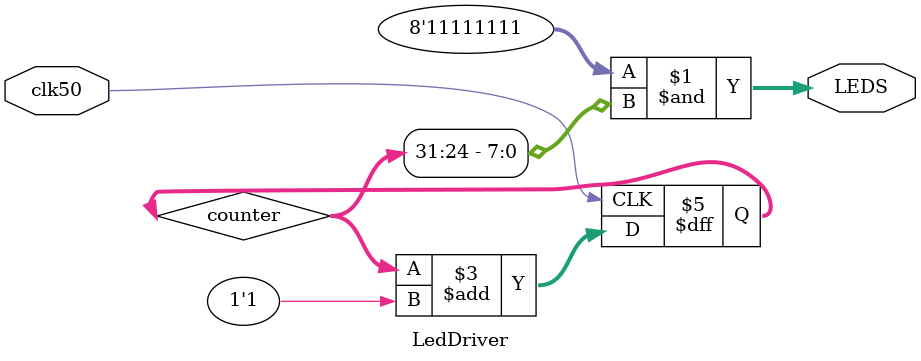
<source format=v>
`timescale 1ns / 1ps

module LedDriver
( input clk50,
  output [7:0] LEDS
);

	reg [31:0] counter = 0;
  
	assign LEDS[7:0]=8'b11111111&counter[31:24];

	always @(posedge clk50)
	begin
		counter <= counter + 1'b1; 
	end

endmodule

</source>
